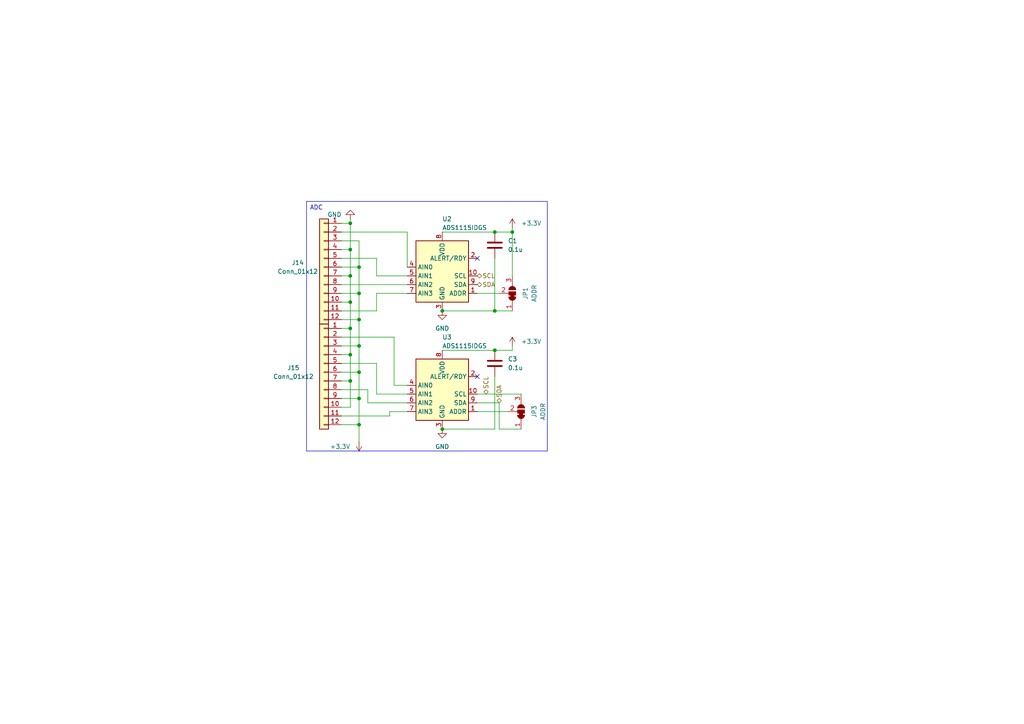
<source format=kicad_sch>
(kicad_sch (version 20250114) (generator "eeschema") (generator_version "9.0")
  (paper "A4")
  (lib_symbols
    (symbol "Analog_ADC:ADS1115IDGS"
      (property "Reference" "U" (at 2.54 13.97 0))
      (property "Value" "ADS1115IDGS" (at 7.62 11.43 0))
      (symbol "ADS1115IDGS_0_1"
        (rectangle (start -7.62 10.16) (end 7.62 -7.62) (stroke (width 0.254)) (fill (type background)))
      )
      (symbol "ADS1115IDGS_1_1"
        (pin input line (at -10.16 2.54 0) (length 2.54) (name "AIN0") (number "4"))
        (pin input line (at -10.16 0 0) (length 2.54) (name "AIN1") (number "5"))
        (pin input line (at -10.16 -2.54 0) (length 2.54) (name "AIN2") (number "6"))
        (pin input line (at -10.16 -5.08 0) (length 2.54) (name "AIN3") (number "7"))
        (pin power_in line (at 0 12.7 270) (length 2.54) (name "VDD") (number "8"))
        (pin power_in line (at 0 -10.16 90) (length 2.54) (name "GND") (number "3"))
        (pin output line (at 10.16 5.08 180) (length 2.54) (name "ALERT/RDY") (number "2"))
        (pin input line (at 10.16 0 180) (length 2.54) (name "SCL") (number "10"))
        (pin bidirectional line (at 10.16 -2.54 180) (length 2.54) (name "SDA") (number "9"))
        (pin input line (at 10.16 -5.08 180) (length 2.54) (name "ADDR") (number "1"))
      )
    )
    (symbol "Connector_Generic:Conn_01x12" (pin_names (offset 1.016) (hide yes))
      (property "Reference" "J" (at 0 15.24 0))
      (property "Value" "Conn_01x12" (at 0 -17.78 0))
      (symbol "Conn_01x12_1_1"
        (rectangle (start -1.27 13.97) (end 1.27 -16.51) (stroke (width 0.254)) (fill (type background)))
        (rectangle (start -1.27 12.827) (end 0 12.573) (stroke (width 0.1524)))
        (rectangle (start -1.27 10.287) (end 0 10.033) (stroke (width 0.1524)))
        (rectangle (start -1.27 7.747) (end 0 7.493) (stroke (width 0.1524)))
        (rectangle (start -1.27 5.207) (end 0 4.953) (stroke (width 0.1524)))
        (rectangle (start -1.27 2.667) (end 0 2.413) (stroke (width 0.1524)))
        (rectangle (start -1.27 0.127) (end 0 -0.127) (stroke (width 0.1524)))
        (rectangle (start -1.27 -2.413) (end 0 -2.667) (stroke (width 0.1524)))
        (rectangle (start -1.27 -4.953) (end 0 -5.207) (stroke (width 0.1524)))
        (rectangle (start -1.27 -7.493) (end 0 -7.747) (stroke (width 0.1524)))
        (rectangle (start -1.27 -10.033) (end 0 -10.287) (stroke (width 0.1524)))
        (rectangle (start -1.27 -12.573) (end 0 -12.827) (stroke (width 0.1524)))
        (rectangle (start -1.27 -15.113) (end 0 -15.367) (stroke (width 0.1524)))
        (pin passive line (at -5.08 12.7 0) (length 3.81) (name "Pin_1") (number "1"))
        (pin passive line (at -5.08 10.16 0) (length 3.81) (name "Pin_2") (number "2"))
        (pin passive line (at -5.08 7.62 0) (length 3.81) (name "Pin_3") (number "3"))
        (pin passive line (at -5.08 5.08 0) (length 3.81) (name "Pin_4") (number "4"))
        (pin passive line (at -5.08 2.54 0) (length 3.81) (name "Pin_5") (number "5"))
        (pin passive line (at -5.08 0 0) (length 3.81) (name "Pin_6") (number "6"))
        (pin passive line (at -5.08 -2.54 0) (length 3.81) (name "Pin_7") (number "7"))
        (pin passive line (at -5.08 -5.08 0) (length 3.81) (name "Pin_8") (number "8"))
        (pin passive line (at -5.08 -7.62 0) (length 3.81) (name "Pin_9") (number "9"))
        (pin passive line (at -5.08 -10.16 0) (length 3.81) (name "Pin_10") (number "10"))
        (pin passive line (at -5.08 -12.7 0) (length 3.81) (name "Pin_11") (number "11"))
        (pin passive line (at -5.08 -15.24 0) (length 3.81) (name "Pin_12") (number "12"))
      )
    )
    (symbol "Device:C" (pin_numbers (hide yes)) (pin_names (offset 0.254))
      (property "Reference" "C" (at 0.635 2.54 0))
      (property "Value" "C" (at 0.635 -2.54 0))
      (symbol "C_0_1"
        (polyline (pts (xy -2.032 0.762) (xy 2.032 0.762)) (stroke (width 0.508)))
        (polyline (pts (xy -2.032 -0.762) (xy 2.032 -0.762)) (stroke (width 0.508)))
      )
      (symbol "C_1_1"
        (pin passive line (at 0 3.81 270) (length 2.794) (name "~") (number "1"))
        (pin passive line (at 0 -3.81 90) (length 2.794) (name "~") (number "2"))
      )
    )
    (symbol "Jumper:SolderJumper_3_Bridged12" (pin_names (offset 0) (hide yes)) (exclude_from_sim yes) (in_bom no)
      (property "Reference" "JP" (at -2.54 -2.54 0))
      (property "Value" "SolderJumper_3_Bridged12" (at 0 2.794 0))
      (symbol "SolderJumper_3_Bridged12_0_1"
        (polyline (pts (xy -2.54 0) (xy -2.032 0)))
        (polyline (pts (xy -1.016 1.016) (xy -1.016 -1.016)))
        (rectangle (start -1.016 0.508) (end -0.508 -0.508) (fill (type outline)))
        (arc (start -1.016 -1.016) (mid -2.0276 0) (end -1.016 1.016))
        (arc (start -1.016 -1.016) (mid -2.0276 0) (end -1.016 1.016) (fill (type outline)))
        (rectangle (start -0.508 1.016) (end 0.508 -1.016) (fill (type outline)))
        (polyline (pts (xy 0 -1.27) (xy 0 -1.016)))
        (arc (start 1.016 1.016) (mid 2.0276 0) (end 1.016 -1.016))
        (arc (start 1.016 1.016) (mid 2.0276 0) (end 1.016 -1.016) (fill (type outline)))
        (polyline (pts (xy 1.016 1.016) (xy 1.016 -1.016)))
        (polyline (pts (xy 2.54 0) (xy 2.032 0)))
      )
      (symbol "SolderJumper_3_Bridged12_1_1"
        (pin passive line (at -5.08 0 0) (length 2.54) (name "A") (number "1"))
        (pin passive line (at 0 -3.81 90) (length 2.54) (name "C") (number "2"))
        (pin passive line (at 5.08 0 180) (length 2.54) (name "B") (number "3"))
      )
    )
    (symbol "power:+3.3V" (power) (pin_numbers (hide yes)) (pin_names (offset 0) (hide yes))
      (property "Value" "+3.3V" (at 0 3.556 0))
      (symbol "+3.3V_0_1"
        (polyline (pts (xy -0.762 1.27) (xy 0 2.54)))
        (polyline (pts (xy 0 2.54) (xy 0.762 1.27)))
        (polyline (pts (xy 0 0) (xy 0 2.54)))
      )
      (symbol "+3.3V_1_1"
        (pin power_in line (at 0 0 90) (length 0) (name "~") (number "1"))
      )
    )
    (symbol "power:GND" (power) (pin_numbers (hide yes)) (pin_names (offset 0) (hide yes))
      (property "Value" "GND" (at 0 -3.81 0))
      (symbol "GND_0_1"
        (polyline (pts (xy 0 0) (xy 0 -1.27) (xy 1.27 -1.27) (xy 0 -2.54) (xy -1.27 -1.27) (xy 0 -1.27)))
      )
      (symbol "GND_1_1"
        (pin power_in line (at 0 0 270) (length 0) (name "~") (number "1"))
      )
    )
  )
  (text_box "ADC" (at 88.9 58.42 0) (size 69.85 72.39) (margins 0.9525 0.9525 0.9525 0.9525) (effects (font (size 1.27 1.27)) (justify left top)))
  (junction (at 104.14 115.57))
  (junction (at 101.6 80.01))
  (junction (at 104.14 77.47))
  (junction (at 101.6 110.49))
  (junction (at 104.14 107.95))
  (junction (at 128.27 90.17))
  (junction (at 104.14 100.33))
  (junction (at 101.6 72.39))
  (junction (at 101.6 64.77))
  (junction (at 143.51 90.17))
  (junction (at 148.59 67.31))
  (junction (at 101.6 102.87))
  (junction (at 104.14 92.71))
  (junction (at 143.51 67.31))
  (junction (at 104.14 123.19))
  (junction (at 101.6 87.63))
  (junction (at 101.6 95.25))
  (junction (at 104.14 85.09))
  (junction (at 143.51 101.6))
  (junction (at 128.27 124.46))
  (no_connect (at 138.43 74.93))
  (no_connect (at 138.43 109.22))
  (wire (pts (xy 99.06 113.03) (xy 106.68 113.03)))
  (wire (pts (xy 101.6 72.39) (xy 101.6 80.01)))
  (wire (pts (xy 101.6 95.25) (xy 101.6 102.87)))
  (wire (pts (xy 109.22 85.09) (xy 118.11 85.09)))
  (wire (pts (xy 99.06 118.11) (xy 101.6 118.11)))
  (wire (pts (xy 104.14 92.71) (xy 104.14 100.33)))
  (wire (pts (xy 99.06 85.09) (xy 104.14 85.09)))
  (wire (pts (xy 113.03 119.38) (xy 118.11 119.38)))
  (wire (pts (xy 138.43 85.09) (xy 144.78 85.09)))
  (wire (pts (xy 99.06 87.63) (xy 101.6 87.63)))
  (wire (pts (xy 104.14 107.95) (xy 104.14 100.33)))
  (wire (pts (xy 106.68 116.84) (xy 118.11 116.84)))
  (wire (pts (xy 144.78 116.84) (xy 138.43 116.84)))
  (wire (pts (xy 104.14 100.33) (xy 99.06 100.33)))
  (wire (pts (xy 148.59 66.04) (xy 148.59 67.31)))
  (wire (pts (xy 106.68 113.03) (xy 106.68 116.84)))
  (wire (pts (xy 99.06 120.65) (xy 113.03 120.65)))
  (wire (pts (xy 104.14 92.71) (xy 104.14 85.09)))
  (wire (pts (xy 99.06 92.71) (xy 104.14 92.71)))
  (wire (pts (xy 99.06 82.55) (xy 118.11 82.55)))
  (wire (pts (xy 109.22 105.41) (xy 109.22 114.3)))
  (wire (pts (xy 101.6 102.87) (xy 99.06 102.87)))
  (wire (pts (xy 143.51 67.31) (xy 148.59 67.31)))
  (wire (pts (xy 109.22 85.09) (xy 109.22 90.17)))
  (wire (pts (xy 109.22 80.01) (xy 118.11 80.01)))
  (wire (pts (xy 104.14 115.57) (xy 104.14 107.95)))
  (wire (pts (xy 104.14 107.95) (xy 99.06 107.95)))
  (wire (pts (xy 101.6 80.01) (xy 99.06 80.01)))
  (wire (pts (xy 104.14 77.47) (xy 99.06 77.47)))
  (wire (pts (xy 99.06 67.31) (xy 118.11 67.31)))
  (wire (pts (xy 143.51 109.22) (xy 143.51 124.46)))
  (wire (pts (xy 101.6 63.5) (xy 101.6 64.77)))
  (wire (pts (xy 128.27 101.6) (xy 143.51 101.6)))
  (wire (pts (xy 99.06 115.57) (xy 104.14 115.57)))
  (wire (pts (xy 143.51 101.6) (xy 148.59 101.6)))
  (wire (pts (xy 148.59 67.31) (xy 148.59 80.01)))
  (wire (pts (xy 101.6 87.63) (xy 101.6 95.25)))
  (wire (pts (xy 138.43 119.38) (xy 147.32 119.38)))
  (wire (pts (xy 114.3 97.79) (xy 114.3 111.76)))
  (wire (pts (xy 143.51 74.93) (xy 143.51 90.17)))
  (wire (pts (xy 99.06 74.93) (xy 109.22 74.93)))
  (wire (pts (xy 109.22 74.93) (xy 109.22 80.01)))
  (wire (pts (xy 104.14 69.85) (xy 99.06 69.85)))
  (wire (pts (xy 118.11 77.47) (xy 118.11 67.31)))
  (wire (pts (xy 109.22 90.17) (xy 99.06 90.17)))
  (wire (pts (xy 101.6 87.63) (xy 101.6 80.01)))
  (wire (pts (xy 99.06 105.41) (xy 109.22 105.41)))
  (wire (pts (xy 101.6 95.25) (xy 99.06 95.25)))
  (wire (pts (xy 101.6 118.11) (xy 101.6 110.49)))
  (wire (pts (xy 101.6 72.39) (xy 99.06 72.39)))
  (wire (pts (xy 104.14 123.19) (xy 104.14 115.57)))
  (wire (pts (xy 101.6 110.49) (xy 99.06 110.49)))
  (wire (pts (xy 101.6 64.77) (xy 99.06 64.77)))
  (wire (pts (xy 148.59 100.33) (xy 148.59 101.6)))
  (wire (pts (xy 128.27 90.17) (xy 143.51 90.17)))
  (wire (pts (xy 104.14 85.09) (xy 104.14 77.47)))
  (wire (pts (xy 104.14 77.47) (xy 104.14 69.85)))
  (wire (pts (xy 143.51 90.17) (xy 148.59 90.17)))
  (wire (pts (xy 101.6 102.87) (xy 101.6 110.49)))
  (wire (pts (xy 101.6 64.77) (xy 101.6 72.39)))
  (wire (pts (xy 99.06 97.79) (xy 114.3 97.79)))
  (wire (pts (xy 104.14 123.19) (xy 104.14 128.27)))
  (wire (pts (xy 99.06 123.19) (xy 104.14 123.19)))
  (wire (pts (xy 138.43 114.3) (xy 151.13 114.3)))
  (wire (pts (xy 144.78 116.84) (xy 144.78 124.46)))
  (wire (pts (xy 109.22 114.3) (xy 118.11 114.3)))
  (wire (pts (xy 114.3 111.76) (xy 118.11 111.76)))
  (wire (pts (xy 151.13 124.46) (xy 144.78 124.46)))
  (wire (pts (xy 128.27 67.31) (xy 143.51 67.31)))
  (wire (pts (xy 128.27 124.46) (xy 143.51 124.46)))
  (wire (pts (xy 113.03 119.38) (xy 113.03 120.65)))
  (hierarchical_label "SDA" (shape bidirectional) (at 144.78 116.84 90))
  (hierarchical_label "SDA" (shape bidirectional) (at 138.43 82.55 0))
  (hierarchical_label "SCL" (shape bidirectional) (at 140.97 114.3 90))
  (hierarchical_label "SCL" (shape bidirectional) (at 138.43 80.01 0))
  (symbol (lib_id "Connector_Generic:Conn_01x12") (at 93.98 107.95 0) (mirror y) (unit 1)
    (property "Reference" "J15" (at 85.09 106.68 0))
    (property "Value" "Conn_01x12" (at 85.09 109.22 0))
    (property "Footprint" "TerminalBlock_TE-Connectivity:TerminalBlock_TE_1-282834-2_1x12_P2.54mm_Horizontal" (effects (hide yes)))
    (property "Description" "Generic connector, single row, 01x12, script generated (kicad-library-utils/schlib/autogen/connector/)" (effects (hide yes)))
  )
  (symbol (lib_id "power:GND") (at 128.27 90.17 0) (unit 1)
    (property "Reference" "#PWR033" (effects (hide yes)))
    (property "Value" "GND" (at 128.27 95.25 0))
    (property "Description" "Power symbol creates a global label with name \"GND\" , ground" (effects (hide yes)))
  )
  (symbol (lib_id "power:+3.3V") (at 104.14 128.27 0) (mirror x) (unit 1)
    (property "Reference" "#PWR045" (effects (hide yes)))
    (property "Value" "+3.3V" (at 101.6 129.5399 0) (effects (justify right)))
    (property "Description" "Power symbol creates a global label with name \"+3.3V\"" (effects (hide yes)))
  )
  (symbol (lib_id "Jumper:SolderJumper_3_Bridged12") (at 151.13 119.38 270) (mirror x) (unit 1) (exclude_from_sim yes) (in_bom no)
    (property "Reference" "JP3" (at 154.94 119.38 0))
    (property "Value" "ADDR" (at 157.48 119.38 0))
    (property "Footprint" "Jumper:SolderJumper-3_P1.3mm_Bridged12_RoundedPad1.0x1.5mm_NumberLabels" (effects (hide yes)))
    (property "Description" "3-pole Solder Jumper, pins 1+2 closed/bridged" (effects (hide yes)))
  )
  (symbol (lib_id "Jumper:SolderJumper_3_Bridged12") (at 148.59 85.09 270) (mirror x) (unit 1) (exclude_from_sim yes) (in_bom no)
    (property "Reference" "JP1" (at 152.4 85.09 0))
    (property "Value" "ADDR" (at 154.94 85.09 0))
    (property "Footprint" "Jumper:SolderJumper-3_P1.3mm_Bridged12_RoundedPad1.0x1.5mm_NumberLabels" (effects (hide yes)))
    (property "Description" "3-pole Solder Jumper, pins 1+2 closed/bridged" (effects (hide yes)))
  )
  (symbol (lib_id "Device:C") (at 143.51 105.41 0) (unit 1)
    (property "Reference" "C3" (at 147.32 104.1399 0) (effects (justify left)))
    (property "Value" "0.1u" (at 147.32 106.6799 0) (effects (justify left)))
    (property "Footprint" "Capacitor_SMD:C_0805_2012Metric" (effects (hide yes)))
    (property "Description" "Unpolarized capacitor" (effects (hide yes)))
    (property "MPN" "CL21B104KACNFNC" (effects (hide yes)))
  )
  (symbol (lib_id "Connector_Generic:Conn_01x12") (at 93.98 77.47 0) (mirror y) (unit 1)
    (property "Reference" "J14" (at 86.36 76.2 0))
    (property "Value" "Conn_01x12" (at 86.36 78.74 0))
    (property "Footprint" "TerminalBlock_TE-Connectivity:TerminalBlock_TE_1-282834-2_1x12_P2.54mm_Horizontal" (effects (hide yes)))
    (property "Description" "Generic connector, single row, 01x12, script generated (kicad-library-utils/schlib/autogen/connector/)" (effects (hide yes)))
  )
  (symbol (lib_id "power:+3.3V") (at 148.59 100.33 0) (unit 1)
    (property "Reference" "#PWR042" (effects (hide yes)))
    (property "Value" "+3.3V" (at 151.13 99.0599 0) (effects (justify left)))
    (property "Description" "Power symbol creates a global label with name \"+3.3V\"" (effects (hide yes)))
  )
  (symbol (lib_id "power:+3.3V") (at 148.59 66.04 0) (unit 1)
    (property "Reference" "#PWR032" (effects (hide yes)))
    (property "Value" "+3.3V" (at 151.13 64.7699 0) (effects (justify left)))
    (property "Description" "Power symbol creates a global label with name \"+3.3V\"" (effects (hide yes)))
  )
  (symbol (lib_id "Device:C") (at 143.51 71.12 0) (unit 1)
    (property "Reference" "C1" (at 147.32 69.8499 0) (effects (justify left)))
    (property "Value" "0.1u" (at 147.32 72.3899 0) (effects (justify left)))
    (property "Footprint" "Capacitor_SMD:C_0805_2012Metric" (effects (hide yes)))
    (property "Description" "Unpolarized capacitor" (effects (hide yes)))
    (property "MPN" "CL21B104KACNFNC" (effects (hide yes)))
  )
  (symbol (lib_id "Analog_ADC:ADS1115IDGS") (at 128.27 114.3 0) (unit 1)
    (property "Reference" "U3" (at 128.27 97.79 0) (effects (justify left)))
    (property "Value" "ADS1115IDGS" (at 128.27 100.33 0) (effects (justify left)))
    (property "Footprint" "Package_SO:TSSOP-10_3x3mm_P0.5mm" (effects (hide yes)))
    (property "Datasheet" "http://www.ti.com/lit/ds/symlink/ads1113.pdf" (effects (hide yes)))
    (property "Description" "Ultra-Small, Low-Power, I2C-Compatible, 860-SPS, 16-Bit ADCs With Internal Reference, Oscillator, and Programmable Comparator, VSSOP-10" (effects (hide yes)))
    (property "MPN" "ADS1115IDGST" (effects (hide yes)))
  )
  (symbol (lib_id "power:GND") (at 128.27 124.46 0) (unit 1)
    (property "Reference" "#PWR035" (effects (hide yes)))
    (property "Value" "GND" (at 128.27 129.54 0))
    (property "Description" "Power symbol creates a global label with name \"GND\" , ground" (effects (hide yes)))
  )
  (symbol (lib_id "Analog_ADC:ADS1115IDGS") (at 128.27 80.01 0) (unit 1)
    (property "Reference" "U2" (at 128.27 63.5 0) (effects (justify left)))
    (property "Value" "ADS1115IDGS" (at 128.27 66.04 0) (effects (justify left)))
    (property "Footprint" "Package_SO:TSSOP-10_3x3mm_P0.5mm" (effects (hide yes)))
    (property "Datasheet" "http://www.ti.com/lit/ds/symlink/ads1113.pdf" (effects (hide yes)))
    (property "Description" "Ultra-Small, Low-Power, I2C-Compatible, 860-SPS, 16-Bit ADCs With Internal Reference, Oscillator, and Programmable Comparator, VSSOP-10" (effects (hide yes)))
    (property "MPN" "ADS1115IDGST" (effects (hide yes)))
  )
  (symbol (lib_id "power:GND") (at 101.6 63.5 0) (mirror x) (unit 1)
    (property "Reference" "#PWR030" (effects (hide yes)))
    (property "Value" "GND" (at 99.06 62.2301 0) (effects (justify right)))
    (property "Description" "Power symbol creates a global label with name \"GND\" , ground" (effects (hide yes)))
  )
)
</source>
